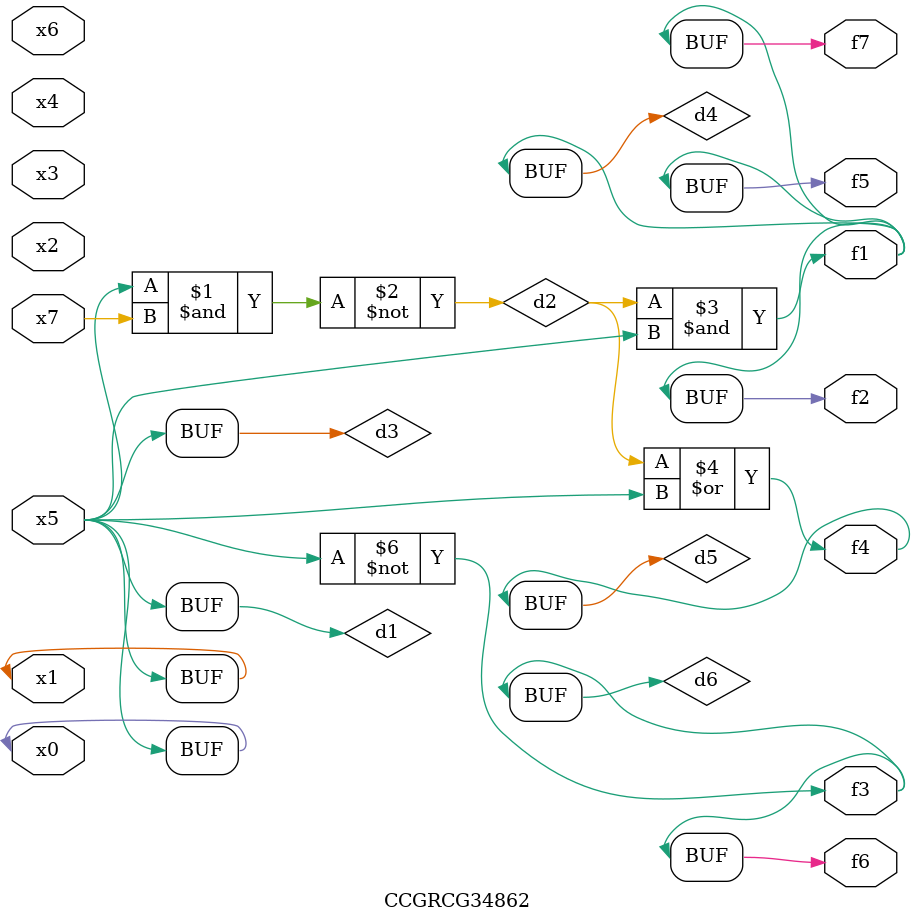
<source format=v>
module CCGRCG34862(
	input x0, x1, x2, x3, x4, x5, x6, x7,
	output f1, f2, f3, f4, f5, f6, f7
);

	wire d1, d2, d3, d4, d5, d6;

	buf (d1, x0, x5);
	nand (d2, x5, x7);
	buf (d3, x0, x1);
	and (d4, d2, d3);
	or (d5, d2, d3);
	nor (d6, d1, d3);
	assign f1 = d4;
	assign f2 = d4;
	assign f3 = d6;
	assign f4 = d5;
	assign f5 = d4;
	assign f6 = d6;
	assign f7 = d4;
endmodule

</source>
